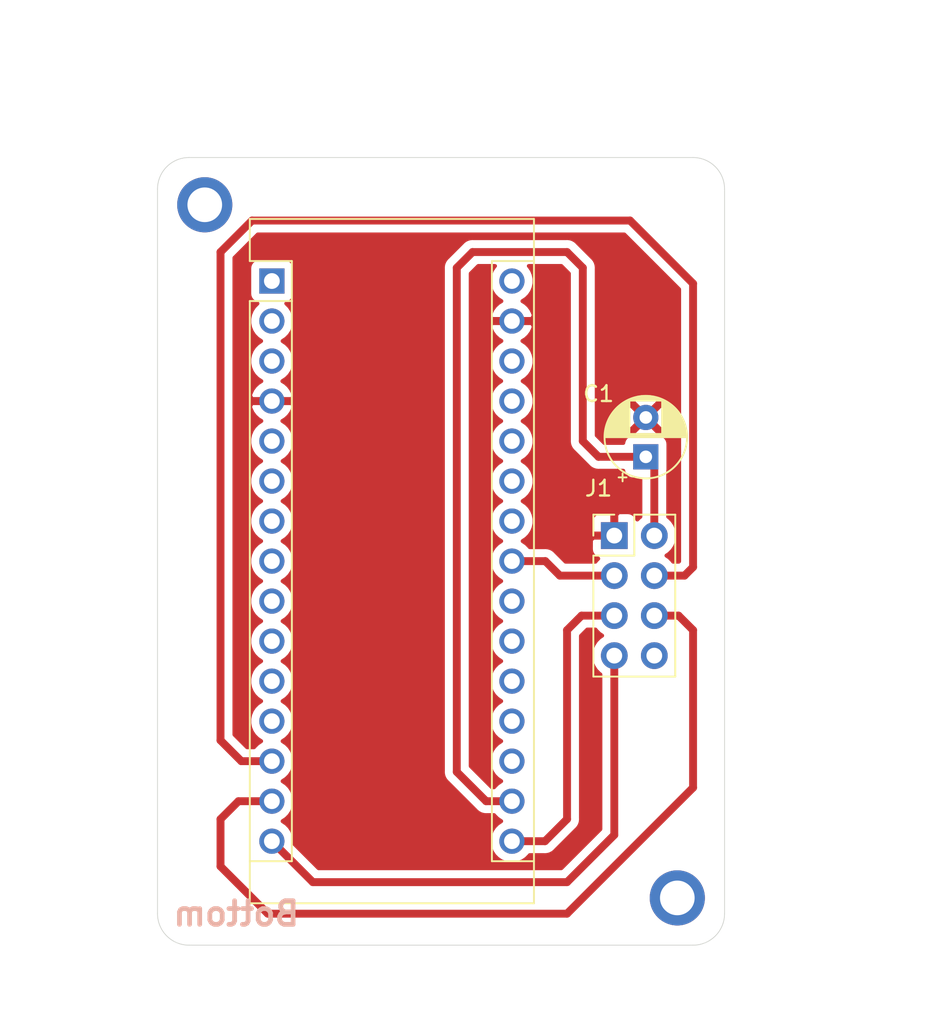
<source format=kicad_pcb>
(kicad_pcb (version 20171130) (host pcbnew "(5.1.10)-1")

  (general
    (thickness 1.6)
    (drawings 15)
    (tracks 41)
    (zones 0)
    (modules 5)
    (nets 8)
  )

  (page A4)
  (layers
    (0 F.Cu signal)
    (31 B.Cu signal)
    (32 B.Adhes user)
    (33 F.Adhes user)
    (34 B.Paste user)
    (35 F.Paste user)
    (36 B.SilkS user)
    (37 F.SilkS user)
    (38 B.Mask user)
    (39 F.Mask user)
    (40 Dwgs.User user)
    (41 Cmts.User user)
    (42 Eco1.User user)
    (43 Eco2.User user)
    (44 Edge.Cuts user)
    (45 Margin user)
    (46 B.CrtYd user)
    (47 F.CrtYd user)
    (48 B.Fab user)
    (49 F.Fab user)
  )

  (setup
    (last_trace_width 0.25)
    (user_trace_width 0.5)
    (trace_clearance 0.2)
    (zone_clearance 0.508)
    (zone_45_only no)
    (trace_min 0.2)
    (via_size 0.8)
    (via_drill 0.4)
    (via_min_size 0.4)
    (via_min_drill 0.3)
    (uvia_size 0.3)
    (uvia_drill 0.1)
    (uvias_allowed no)
    (uvia_min_size 0.2)
    (uvia_min_drill 0.1)
    (edge_width 0.05)
    (segment_width 0.2)
    (pcb_text_width 0.3)
    (pcb_text_size 1.5 1.5)
    (mod_edge_width 0.12)
    (mod_text_size 1 1)
    (mod_text_width 0.15)
    (pad_size 1.524 1.524)
    (pad_drill 0.762)
    (pad_to_mask_clearance 0)
    (aux_axis_origin 0 0)
    (visible_elements 7FFFFFFF)
    (pcbplotparams
      (layerselection 0x010fc_ffffffff)
      (usegerberextensions false)
      (usegerberattributes true)
      (usegerberadvancedattributes true)
      (creategerberjobfile true)
      (excludeedgelayer true)
      (linewidth 0.100000)
      (plotframeref false)
      (viasonmask false)
      (mode 1)
      (useauxorigin false)
      (hpglpennumber 1)
      (hpglpenspeed 20)
      (hpglpendiameter 15.000000)
      (psnegative false)
      (psa4output false)
      (plotreference true)
      (plotvalue true)
      (plotinvisibletext false)
      (padsonsilk false)
      (subtractmaskfromsilk false)
      (outputformat 1)
      (mirror false)
      (drillshape 0)
      (scaleselection 1)
      (outputdirectory "gerbers/"))
  )

  (net 0 "")
  (net 1 +3V3)
  (net 2 /SCK)
  (net 3 /MISO)
  (net 4 /MOSI)
  (net 5 GND)
  (net 6 /CS)
  (net 7 /CE)

  (net_class Default "This is the default net class."
    (clearance 0.2)
    (trace_width 0.25)
    (via_dia 0.8)
    (via_drill 0.4)
    (uvia_dia 0.3)
    (uvia_drill 0.1)
    (add_net +3V3)
    (add_net /CE)
    (add_net /CS)
    (add_net /MISO)
    (add_net /MOSI)
    (add_net /SCK)
    (add_net GND)
  )

  (module MountingHole:MountingHole_2.2mm_M2_ISO7380_Pad (layer F.Cu) (tedit 56D1B4CB) (tstamp 613A0624)
    (at 138 92)
    (descr "Mounting Hole 2.2mm, M2, ISO7380")
    (tags "mounting hole 2.2mm m2 iso7380")
    (path /613A4CAC)
    (attr virtual)
    (fp_text reference H2 (at 0 -2.75) (layer F.SilkS) hide
      (effects (font (size 1 1) (thickness 0.15)))
    )
    (fp_text value MountingHole (at 0 4) (layer F.Fab)
      (effects (font (size 1 1) (thickness 0.15)))
    )
    (fp_circle (center 0 0) (end 2 0) (layer F.CrtYd) (width 0.05))
    (fp_circle (center 0 0) (end 1.75 0) (layer Cmts.User) (width 0.15))
    (fp_text user %R (at 0.3 0) (layer F.Fab)
      (effects (font (size 1 1) (thickness 0.15)))
    )
    (pad 1 thru_hole circle (at 0 0) (size 3.5 3.5) (drill 2.2) (layers *.Cu *.Mask))
  )

  (module MountingHole:MountingHole_2.2mm_M2_ISO7380_Pad (layer F.Cu) (tedit 56D1B4CB) (tstamp 613A0223)
    (at 108 48)
    (descr "Mounting Hole 2.2mm, M2, ISO7380")
    (tags "mounting hole 2.2mm m2 iso7380")
    (path /613A0057)
    (attr virtual)
    (fp_text reference H1 (at 0 -2.75) (layer F.SilkS) hide
      (effects (font (size 1 1) (thickness 0.15)))
    )
    (fp_text value MountingHole (at 0 2.75) (layer F.Fab)
      (effects (font (size 1 1) (thickness 0.15)))
    )
    (fp_circle (center 0 0) (end 2 0) (layer F.CrtYd) (width 0.05))
    (fp_circle (center 0 0) (end 1.75 0) (layer Cmts.User) (width 0.15))
    (fp_text user %R (at 0.3 0) (layer F.Fab)
      (effects (font (size 1 1) (thickness 0.15)))
    )
    (pad 1 thru_hole circle (at 0 0) (size 3.5 3.5) (drill 2.2) (layers *.Cu *.Mask))
  )

  (module Module:Arduino_Nano (layer F.Cu) (tedit 58ACAF70) (tstamp 6137CD73)
    (at 112.26 52.84)
    (descr "Arduino Nano, http://www.mouser.com/pdfdocs/Gravitech_Arduino_Nano3_0.pdf")
    (tags "Arduino Nano")
    (path /61373980)
    (fp_text reference A1 (at 18.24 -2.84) (layer F.SilkS) hide
      (effects (font (size 1 1) (thickness 0.15)))
    )
    (fp_text value Arduino_Nano_v3.x (at 8.89 19.05 90) (layer F.Fab)
      (effects (font (size 1 1) (thickness 0.15)))
    )
    (fp_line (start 1.27 1.27) (end 1.27 -1.27) (layer F.SilkS) (width 0.12))
    (fp_line (start 1.27 -1.27) (end -1.4 -1.27) (layer F.SilkS) (width 0.12))
    (fp_line (start -1.4 1.27) (end -1.4 39.5) (layer F.SilkS) (width 0.12))
    (fp_line (start -1.4 -3.94) (end -1.4 -1.27) (layer F.SilkS) (width 0.12))
    (fp_line (start 13.97 -1.27) (end 16.64 -1.27) (layer F.SilkS) (width 0.12))
    (fp_line (start 13.97 -1.27) (end 13.97 36.83) (layer F.SilkS) (width 0.12))
    (fp_line (start 13.97 36.83) (end 16.64 36.83) (layer F.SilkS) (width 0.12))
    (fp_line (start 1.27 1.27) (end -1.4 1.27) (layer F.SilkS) (width 0.12))
    (fp_line (start 1.27 1.27) (end 1.27 36.83) (layer F.SilkS) (width 0.12))
    (fp_line (start 1.27 36.83) (end -1.4 36.83) (layer F.SilkS) (width 0.12))
    (fp_line (start 3.81 31.75) (end 11.43 31.75) (layer F.Fab) (width 0.1))
    (fp_line (start 11.43 31.75) (end 11.43 41.91) (layer F.Fab) (width 0.1))
    (fp_line (start 11.43 41.91) (end 3.81 41.91) (layer F.Fab) (width 0.1))
    (fp_line (start 3.81 41.91) (end 3.81 31.75) (layer F.Fab) (width 0.1))
    (fp_line (start -1.4 39.5) (end 16.64 39.5) (layer F.SilkS) (width 0.12))
    (fp_line (start 16.64 39.5) (end 16.64 -3.94) (layer F.SilkS) (width 0.12))
    (fp_line (start 16.64 -3.94) (end -1.4 -3.94) (layer F.SilkS) (width 0.12))
    (fp_line (start 16.51 39.37) (end -1.27 39.37) (layer F.Fab) (width 0.1))
    (fp_line (start -1.27 39.37) (end -1.27 -2.54) (layer F.Fab) (width 0.1))
    (fp_line (start -1.27 -2.54) (end 0 -3.81) (layer F.Fab) (width 0.1))
    (fp_line (start 0 -3.81) (end 16.51 -3.81) (layer F.Fab) (width 0.1))
    (fp_line (start 16.51 -3.81) (end 16.51 39.37) (layer F.Fab) (width 0.1))
    (fp_line (start -1.53 -4.06) (end 16.75 -4.06) (layer F.CrtYd) (width 0.05))
    (fp_line (start -1.53 -4.06) (end -1.53 42.16) (layer F.CrtYd) (width 0.05))
    (fp_line (start 16.75 42.16) (end 16.75 -4.06) (layer F.CrtYd) (width 0.05))
    (fp_line (start 16.75 42.16) (end -1.53 42.16) (layer F.CrtYd) (width 0.05))
    (fp_text user %R (at 6.35 19.05 90) (layer F.Fab)
      (effects (font (size 1 1) (thickness 0.15)))
    )
    (pad 16 thru_hole oval (at 15.24 35.56) (size 1.6 1.6) (drill 1) (layers *.Cu *.Mask)
      (net 2 /SCK))
    (pad 15 thru_hole oval (at 0 35.56) (size 1.6 1.6) (drill 1) (layers *.Cu *.Mask)
      (net 3 /MISO))
    (pad 30 thru_hole oval (at 15.24 0) (size 1.6 1.6) (drill 1) (layers *.Cu *.Mask))
    (pad 14 thru_hole oval (at 0 33.02) (size 1.6 1.6) (drill 1) (layers *.Cu *.Mask)
      (net 4 /MOSI))
    (pad 29 thru_hole oval (at 15.24 2.54) (size 1.6 1.6) (drill 1) (layers *.Cu *.Mask)
      (net 5 GND))
    (pad 13 thru_hole oval (at 0 30.48) (size 1.6 1.6) (drill 1) (layers *.Cu *.Mask)
      (net 6 /CS))
    (pad 28 thru_hole oval (at 15.24 5.08) (size 1.6 1.6) (drill 1) (layers *.Cu *.Mask))
    (pad 12 thru_hole oval (at 0 27.94) (size 1.6 1.6) (drill 1) (layers *.Cu *.Mask))
    (pad 27 thru_hole oval (at 15.24 7.62) (size 1.6 1.6) (drill 1) (layers *.Cu *.Mask))
    (pad 11 thru_hole oval (at 0 25.4) (size 1.6 1.6) (drill 1) (layers *.Cu *.Mask))
    (pad 26 thru_hole oval (at 15.24 10.16) (size 1.6 1.6) (drill 1) (layers *.Cu *.Mask))
    (pad 10 thru_hole oval (at 0 22.86) (size 1.6 1.6) (drill 1) (layers *.Cu *.Mask))
    (pad 25 thru_hole oval (at 15.24 12.7) (size 1.6 1.6) (drill 1) (layers *.Cu *.Mask))
    (pad 9 thru_hole oval (at 0 20.32) (size 1.6 1.6) (drill 1) (layers *.Cu *.Mask))
    (pad 24 thru_hole oval (at 15.24 15.24) (size 1.6 1.6) (drill 1) (layers *.Cu *.Mask))
    (pad 8 thru_hole oval (at 0 17.78) (size 1.6 1.6) (drill 1) (layers *.Cu *.Mask))
    (pad 23 thru_hole oval (at 15.24 17.78) (size 1.6 1.6) (drill 1) (layers *.Cu *.Mask)
      (net 7 /CE))
    (pad 7 thru_hole oval (at 0 15.24) (size 1.6 1.6) (drill 1) (layers *.Cu *.Mask))
    (pad 22 thru_hole oval (at 15.24 20.32) (size 1.6 1.6) (drill 1) (layers *.Cu *.Mask))
    (pad 6 thru_hole oval (at 0 12.7) (size 1.6 1.6) (drill 1) (layers *.Cu *.Mask))
    (pad 21 thru_hole oval (at 15.24 22.86) (size 1.6 1.6) (drill 1) (layers *.Cu *.Mask))
    (pad 5 thru_hole oval (at 0 10.16) (size 1.6 1.6) (drill 1) (layers *.Cu *.Mask))
    (pad 20 thru_hole oval (at 15.24 25.4) (size 1.6 1.6) (drill 1) (layers *.Cu *.Mask))
    (pad 4 thru_hole oval (at 0 7.62) (size 1.6 1.6) (drill 1) (layers *.Cu *.Mask)
      (net 5 GND))
    (pad 19 thru_hole oval (at 15.24 27.94) (size 1.6 1.6) (drill 1) (layers *.Cu *.Mask))
    (pad 3 thru_hole oval (at 0 5.08) (size 1.6 1.6) (drill 1) (layers *.Cu *.Mask))
    (pad 18 thru_hole oval (at 15.24 30.48) (size 1.6 1.6) (drill 1) (layers *.Cu *.Mask))
    (pad 2 thru_hole oval (at 0 2.54) (size 1.6 1.6) (drill 1) (layers *.Cu *.Mask))
    (pad 17 thru_hole oval (at 15.24 33.02) (size 1.6 1.6) (drill 1) (layers *.Cu *.Mask)
      (net 1 +3V3))
    (pad 1 thru_hole rect (at 0 0) (size 1.6 1.6) (drill 1) (layers *.Cu *.Mask))
    (model ${KISYS3DMOD}/Module.3dshapes/Arduino_Nano_WithMountingHoles.wrl
      (at (xyz 0 0 0))
      (scale (xyz 1 1 1))
      (rotate (xyz 0 0 0))
    )
  )

  (module Capacitor_THT:CP_Radial_D5.0mm_P2.50mm (layer F.Cu) (tedit 5AE50EF0) (tstamp 6137CBF4)
    (at 136 64 90)
    (descr "CP, Radial series, Radial, pin pitch=2.50mm, , diameter=5mm, Electrolytic Capacitor")
    (tags "CP Radial series Radial pin pitch 2.50mm  diameter 5mm Electrolytic Capacitor")
    (path /6137E190)
    (fp_text reference C1 (at 4 -3 180) (layer F.SilkS)
      (effects (font (size 1 1) (thickness 0.15)))
    )
    (fp_text value CP1_Small (at 1.25 3.75 90) (layer F.Fab)
      (effects (font (size 1 1) (thickness 0.15)))
    )
    (fp_circle (center 1.25 0) (end 3.75 0) (layer F.Fab) (width 0.1))
    (fp_circle (center 1.25 0) (end 3.87 0) (layer F.SilkS) (width 0.12))
    (fp_circle (center 1.25 0) (end 4 0) (layer F.CrtYd) (width 0.05))
    (fp_line (start -0.883605 -1.0875) (end -0.383605 -1.0875) (layer F.Fab) (width 0.1))
    (fp_line (start -0.633605 -1.3375) (end -0.633605 -0.8375) (layer F.Fab) (width 0.1))
    (fp_line (start 1.25 -2.58) (end 1.25 2.58) (layer F.SilkS) (width 0.12))
    (fp_line (start 1.29 -2.58) (end 1.29 2.58) (layer F.SilkS) (width 0.12))
    (fp_line (start 1.33 -2.579) (end 1.33 2.579) (layer F.SilkS) (width 0.12))
    (fp_line (start 1.37 -2.578) (end 1.37 2.578) (layer F.SilkS) (width 0.12))
    (fp_line (start 1.41 -2.576) (end 1.41 2.576) (layer F.SilkS) (width 0.12))
    (fp_line (start 1.45 -2.573) (end 1.45 2.573) (layer F.SilkS) (width 0.12))
    (fp_line (start 1.49 -2.569) (end 1.49 -1.04) (layer F.SilkS) (width 0.12))
    (fp_line (start 1.49 1.04) (end 1.49 2.569) (layer F.SilkS) (width 0.12))
    (fp_line (start 1.53 -2.565) (end 1.53 -1.04) (layer F.SilkS) (width 0.12))
    (fp_line (start 1.53 1.04) (end 1.53 2.565) (layer F.SilkS) (width 0.12))
    (fp_line (start 1.57 -2.561) (end 1.57 -1.04) (layer F.SilkS) (width 0.12))
    (fp_line (start 1.57 1.04) (end 1.57 2.561) (layer F.SilkS) (width 0.12))
    (fp_line (start 1.61 -2.556) (end 1.61 -1.04) (layer F.SilkS) (width 0.12))
    (fp_line (start 1.61 1.04) (end 1.61 2.556) (layer F.SilkS) (width 0.12))
    (fp_line (start 1.65 -2.55) (end 1.65 -1.04) (layer F.SilkS) (width 0.12))
    (fp_line (start 1.65 1.04) (end 1.65 2.55) (layer F.SilkS) (width 0.12))
    (fp_line (start 1.69 -2.543) (end 1.69 -1.04) (layer F.SilkS) (width 0.12))
    (fp_line (start 1.69 1.04) (end 1.69 2.543) (layer F.SilkS) (width 0.12))
    (fp_line (start 1.73 -2.536) (end 1.73 -1.04) (layer F.SilkS) (width 0.12))
    (fp_line (start 1.73 1.04) (end 1.73 2.536) (layer F.SilkS) (width 0.12))
    (fp_line (start 1.77 -2.528) (end 1.77 -1.04) (layer F.SilkS) (width 0.12))
    (fp_line (start 1.77 1.04) (end 1.77 2.528) (layer F.SilkS) (width 0.12))
    (fp_line (start 1.81 -2.52) (end 1.81 -1.04) (layer F.SilkS) (width 0.12))
    (fp_line (start 1.81 1.04) (end 1.81 2.52) (layer F.SilkS) (width 0.12))
    (fp_line (start 1.85 -2.511) (end 1.85 -1.04) (layer F.SilkS) (width 0.12))
    (fp_line (start 1.85 1.04) (end 1.85 2.511) (layer F.SilkS) (width 0.12))
    (fp_line (start 1.89 -2.501) (end 1.89 -1.04) (layer F.SilkS) (width 0.12))
    (fp_line (start 1.89 1.04) (end 1.89 2.501) (layer F.SilkS) (width 0.12))
    (fp_line (start 1.93 -2.491) (end 1.93 -1.04) (layer F.SilkS) (width 0.12))
    (fp_line (start 1.93 1.04) (end 1.93 2.491) (layer F.SilkS) (width 0.12))
    (fp_line (start 1.971 -2.48) (end 1.971 -1.04) (layer F.SilkS) (width 0.12))
    (fp_line (start 1.971 1.04) (end 1.971 2.48) (layer F.SilkS) (width 0.12))
    (fp_line (start 2.011 -2.468) (end 2.011 -1.04) (layer F.SilkS) (width 0.12))
    (fp_line (start 2.011 1.04) (end 2.011 2.468) (layer F.SilkS) (width 0.12))
    (fp_line (start 2.051 -2.455) (end 2.051 -1.04) (layer F.SilkS) (width 0.12))
    (fp_line (start 2.051 1.04) (end 2.051 2.455) (layer F.SilkS) (width 0.12))
    (fp_line (start 2.091 -2.442) (end 2.091 -1.04) (layer F.SilkS) (width 0.12))
    (fp_line (start 2.091 1.04) (end 2.091 2.442) (layer F.SilkS) (width 0.12))
    (fp_line (start 2.131 -2.428) (end 2.131 -1.04) (layer F.SilkS) (width 0.12))
    (fp_line (start 2.131 1.04) (end 2.131 2.428) (layer F.SilkS) (width 0.12))
    (fp_line (start 2.171 -2.414) (end 2.171 -1.04) (layer F.SilkS) (width 0.12))
    (fp_line (start 2.171 1.04) (end 2.171 2.414) (layer F.SilkS) (width 0.12))
    (fp_line (start 2.211 -2.398) (end 2.211 -1.04) (layer F.SilkS) (width 0.12))
    (fp_line (start 2.211 1.04) (end 2.211 2.398) (layer F.SilkS) (width 0.12))
    (fp_line (start 2.251 -2.382) (end 2.251 -1.04) (layer F.SilkS) (width 0.12))
    (fp_line (start 2.251 1.04) (end 2.251 2.382) (layer F.SilkS) (width 0.12))
    (fp_line (start 2.291 -2.365) (end 2.291 -1.04) (layer F.SilkS) (width 0.12))
    (fp_line (start 2.291 1.04) (end 2.291 2.365) (layer F.SilkS) (width 0.12))
    (fp_line (start 2.331 -2.348) (end 2.331 -1.04) (layer F.SilkS) (width 0.12))
    (fp_line (start 2.331 1.04) (end 2.331 2.348) (layer F.SilkS) (width 0.12))
    (fp_line (start 2.371 -2.329) (end 2.371 -1.04) (layer F.SilkS) (width 0.12))
    (fp_line (start 2.371 1.04) (end 2.371 2.329) (layer F.SilkS) (width 0.12))
    (fp_line (start 2.411 -2.31) (end 2.411 -1.04) (layer F.SilkS) (width 0.12))
    (fp_line (start 2.411 1.04) (end 2.411 2.31) (layer F.SilkS) (width 0.12))
    (fp_line (start 2.451 -2.29) (end 2.451 -1.04) (layer F.SilkS) (width 0.12))
    (fp_line (start 2.451 1.04) (end 2.451 2.29) (layer F.SilkS) (width 0.12))
    (fp_line (start 2.491 -2.268) (end 2.491 -1.04) (layer F.SilkS) (width 0.12))
    (fp_line (start 2.491 1.04) (end 2.491 2.268) (layer F.SilkS) (width 0.12))
    (fp_line (start 2.531 -2.247) (end 2.531 -1.04) (layer F.SilkS) (width 0.12))
    (fp_line (start 2.531 1.04) (end 2.531 2.247) (layer F.SilkS) (width 0.12))
    (fp_line (start 2.571 -2.224) (end 2.571 -1.04) (layer F.SilkS) (width 0.12))
    (fp_line (start 2.571 1.04) (end 2.571 2.224) (layer F.SilkS) (width 0.12))
    (fp_line (start 2.611 -2.2) (end 2.611 -1.04) (layer F.SilkS) (width 0.12))
    (fp_line (start 2.611 1.04) (end 2.611 2.2) (layer F.SilkS) (width 0.12))
    (fp_line (start 2.651 -2.175) (end 2.651 -1.04) (layer F.SilkS) (width 0.12))
    (fp_line (start 2.651 1.04) (end 2.651 2.175) (layer F.SilkS) (width 0.12))
    (fp_line (start 2.691 -2.149) (end 2.691 -1.04) (layer F.SilkS) (width 0.12))
    (fp_line (start 2.691 1.04) (end 2.691 2.149) (layer F.SilkS) (width 0.12))
    (fp_line (start 2.731 -2.122) (end 2.731 -1.04) (layer F.SilkS) (width 0.12))
    (fp_line (start 2.731 1.04) (end 2.731 2.122) (layer F.SilkS) (width 0.12))
    (fp_line (start 2.771 -2.095) (end 2.771 -1.04) (layer F.SilkS) (width 0.12))
    (fp_line (start 2.771 1.04) (end 2.771 2.095) (layer F.SilkS) (width 0.12))
    (fp_line (start 2.811 -2.065) (end 2.811 -1.04) (layer F.SilkS) (width 0.12))
    (fp_line (start 2.811 1.04) (end 2.811 2.065) (layer F.SilkS) (width 0.12))
    (fp_line (start 2.851 -2.035) (end 2.851 -1.04) (layer F.SilkS) (width 0.12))
    (fp_line (start 2.851 1.04) (end 2.851 2.035) (layer F.SilkS) (width 0.12))
    (fp_line (start 2.891 -2.004) (end 2.891 -1.04) (layer F.SilkS) (width 0.12))
    (fp_line (start 2.891 1.04) (end 2.891 2.004) (layer F.SilkS) (width 0.12))
    (fp_line (start 2.931 -1.971) (end 2.931 -1.04) (layer F.SilkS) (width 0.12))
    (fp_line (start 2.931 1.04) (end 2.931 1.971) (layer F.SilkS) (width 0.12))
    (fp_line (start 2.971 -1.937) (end 2.971 -1.04) (layer F.SilkS) (width 0.12))
    (fp_line (start 2.971 1.04) (end 2.971 1.937) (layer F.SilkS) (width 0.12))
    (fp_line (start 3.011 -1.901) (end 3.011 -1.04) (layer F.SilkS) (width 0.12))
    (fp_line (start 3.011 1.04) (end 3.011 1.901) (layer F.SilkS) (width 0.12))
    (fp_line (start 3.051 -1.864) (end 3.051 -1.04) (layer F.SilkS) (width 0.12))
    (fp_line (start 3.051 1.04) (end 3.051 1.864) (layer F.SilkS) (width 0.12))
    (fp_line (start 3.091 -1.826) (end 3.091 -1.04) (layer F.SilkS) (width 0.12))
    (fp_line (start 3.091 1.04) (end 3.091 1.826) (layer F.SilkS) (width 0.12))
    (fp_line (start 3.131 -1.785) (end 3.131 -1.04) (layer F.SilkS) (width 0.12))
    (fp_line (start 3.131 1.04) (end 3.131 1.785) (layer F.SilkS) (width 0.12))
    (fp_line (start 3.171 -1.743) (end 3.171 -1.04) (layer F.SilkS) (width 0.12))
    (fp_line (start 3.171 1.04) (end 3.171 1.743) (layer F.SilkS) (width 0.12))
    (fp_line (start 3.211 -1.699) (end 3.211 -1.04) (layer F.SilkS) (width 0.12))
    (fp_line (start 3.211 1.04) (end 3.211 1.699) (layer F.SilkS) (width 0.12))
    (fp_line (start 3.251 -1.653) (end 3.251 -1.04) (layer F.SilkS) (width 0.12))
    (fp_line (start 3.251 1.04) (end 3.251 1.653) (layer F.SilkS) (width 0.12))
    (fp_line (start 3.291 -1.605) (end 3.291 -1.04) (layer F.SilkS) (width 0.12))
    (fp_line (start 3.291 1.04) (end 3.291 1.605) (layer F.SilkS) (width 0.12))
    (fp_line (start 3.331 -1.554) (end 3.331 -1.04) (layer F.SilkS) (width 0.12))
    (fp_line (start 3.331 1.04) (end 3.331 1.554) (layer F.SilkS) (width 0.12))
    (fp_line (start 3.371 -1.5) (end 3.371 -1.04) (layer F.SilkS) (width 0.12))
    (fp_line (start 3.371 1.04) (end 3.371 1.5) (layer F.SilkS) (width 0.12))
    (fp_line (start 3.411 -1.443) (end 3.411 -1.04) (layer F.SilkS) (width 0.12))
    (fp_line (start 3.411 1.04) (end 3.411 1.443) (layer F.SilkS) (width 0.12))
    (fp_line (start 3.451 -1.383) (end 3.451 -1.04) (layer F.SilkS) (width 0.12))
    (fp_line (start 3.451 1.04) (end 3.451 1.383) (layer F.SilkS) (width 0.12))
    (fp_line (start 3.491 -1.319) (end 3.491 -1.04) (layer F.SilkS) (width 0.12))
    (fp_line (start 3.491 1.04) (end 3.491 1.319) (layer F.SilkS) (width 0.12))
    (fp_line (start 3.531 -1.251) (end 3.531 -1.04) (layer F.SilkS) (width 0.12))
    (fp_line (start 3.531 1.04) (end 3.531 1.251) (layer F.SilkS) (width 0.12))
    (fp_line (start 3.571 -1.178) (end 3.571 1.178) (layer F.SilkS) (width 0.12))
    (fp_line (start 3.611 -1.098) (end 3.611 1.098) (layer F.SilkS) (width 0.12))
    (fp_line (start 3.651 -1.011) (end 3.651 1.011) (layer F.SilkS) (width 0.12))
    (fp_line (start 3.691 -0.915) (end 3.691 0.915) (layer F.SilkS) (width 0.12))
    (fp_line (start 3.731 -0.805) (end 3.731 0.805) (layer F.SilkS) (width 0.12))
    (fp_line (start 3.771 -0.677) (end 3.771 0.677) (layer F.SilkS) (width 0.12))
    (fp_line (start 3.811 -0.518) (end 3.811 0.518) (layer F.SilkS) (width 0.12))
    (fp_line (start 3.851 -0.284) (end 3.851 0.284) (layer F.SilkS) (width 0.12))
    (fp_line (start -1.554775 -1.475) (end -1.054775 -1.475) (layer F.SilkS) (width 0.12))
    (fp_line (start -1.304775 -1.725) (end -1.304775 -1.225) (layer F.SilkS) (width 0.12))
    (fp_text user %R (at 1.25 0 90) (layer F.Fab)
      (effects (font (size 1 1) (thickness 0.15)))
    )
    (pad 2 thru_hole circle (at 2.5 0 90) (size 1.6 1.6) (drill 0.8) (layers *.Cu *.Mask)
      (net 5 GND))
    (pad 1 thru_hole rect (at 0 0 90) (size 1.6 1.6) (drill 0.8) (layers *.Cu *.Mask)
      (net 1 +3V3))
    (model ${KISYS3DMOD}/Capacitor_THT.3dshapes/CP_Radial_D5.0mm_P2.50mm.wrl
      (at (xyz 0 0 0))
      (scale (xyz 1 1 1))
      (rotate (xyz 0 0 0))
    )
  )

  (module Connector_PinHeader_2.54mm:PinHeader_2x04_P2.54mm_Vertical (layer F.Cu) (tedit 59FED5CC) (tstamp 6137A1BA)
    (at 134 69)
    (descr "Through hole straight pin header, 2x04, 2.54mm pitch, double rows")
    (tags "Through hole pin header THT 2x04 2.54mm double row")
    (path /613798DD)
    (fp_text reference J1 (at -1 -3) (layer F.SilkS)
      (effects (font (size 1 1) (thickness 0.15)))
    )
    (fp_text value Conn_02x04_Odd_Even_MountingPin (at 1.27 9.95) (layer F.Fab)
      (effects (font (size 1 1) (thickness 0.15)))
    )
    (fp_line (start 0 -1.27) (end 3.81 -1.27) (layer F.Fab) (width 0.1))
    (fp_line (start 3.81 -1.27) (end 3.81 8.89) (layer F.Fab) (width 0.1))
    (fp_line (start 3.81 8.89) (end -1.27 8.89) (layer F.Fab) (width 0.1))
    (fp_line (start -1.27 8.89) (end -1.27 0) (layer F.Fab) (width 0.1))
    (fp_line (start -1.27 0) (end 0 -1.27) (layer F.Fab) (width 0.1))
    (fp_line (start -1.33 8.95) (end 3.87 8.95) (layer F.SilkS) (width 0.12))
    (fp_line (start -1.33 1.27) (end -1.33 8.95) (layer F.SilkS) (width 0.12))
    (fp_line (start 3.87 -1.33) (end 3.87 8.95) (layer F.SilkS) (width 0.12))
    (fp_line (start -1.33 1.27) (end 1.27 1.27) (layer F.SilkS) (width 0.12))
    (fp_line (start 1.27 1.27) (end 1.27 -1.33) (layer F.SilkS) (width 0.12))
    (fp_line (start 1.27 -1.33) (end 3.87 -1.33) (layer F.SilkS) (width 0.12))
    (fp_line (start -1.33 0) (end -1.33 -1.33) (layer F.SilkS) (width 0.12))
    (fp_line (start -1.33 -1.33) (end 0 -1.33) (layer F.SilkS) (width 0.12))
    (fp_line (start -1.8 -1.8) (end -1.8 9.4) (layer F.CrtYd) (width 0.05))
    (fp_line (start -1.8 9.4) (end 4.35 9.4) (layer F.CrtYd) (width 0.05))
    (fp_line (start 4.35 9.4) (end 4.35 -1.8) (layer F.CrtYd) (width 0.05))
    (fp_line (start 4.35 -1.8) (end -1.8 -1.8) (layer F.CrtYd) (width 0.05))
    (fp_text user %R (at 1.27 3.81 90) (layer F.Fab)
      (effects (font (size 1 1) (thickness 0.15)))
    )
    (pad 8 thru_hole oval (at 2.54 7.62) (size 1.7 1.7) (drill 1) (layers *.Cu *.Mask))
    (pad 7 thru_hole oval (at 0 7.62) (size 1.7 1.7) (drill 1) (layers *.Cu *.Mask)
      (net 3 /MISO))
    (pad 6 thru_hole oval (at 2.54 5.08) (size 1.7 1.7) (drill 1) (layers *.Cu *.Mask)
      (net 4 /MOSI))
    (pad 5 thru_hole oval (at 0 5.08) (size 1.7 1.7) (drill 1) (layers *.Cu *.Mask)
      (net 2 /SCK))
    (pad 4 thru_hole oval (at 2.54 2.54) (size 1.7 1.7) (drill 1) (layers *.Cu *.Mask)
      (net 6 /CS))
    (pad 3 thru_hole oval (at 0 2.54) (size 1.7 1.7) (drill 1) (layers *.Cu *.Mask)
      (net 7 /CE))
    (pad 2 thru_hole oval (at 2.54 0) (size 1.7 1.7) (drill 1) (layers *.Cu *.Mask)
      (net 1 +3V3))
    (pad 1 thru_hole rect (at 0 0) (size 1.7 1.7) (drill 1) (layers *.Cu *.Mask)
      (net 5 GND))
    (model ${KISYS3DMOD}/Connector_PinHeader_2.54mm.3dshapes/PinHeader_2x04_P2.54mm_Vertical.wrl
      (at (xyz 0 0 0))
      (scale (xyz 1 1 1))
      (rotate (xyz 0 0 0))
    )
  )

  (gr_text Bottom (at 110 93) (layer B.SilkS)
    (effects (font (size 1.5 1.5) (thickness 0.3)) (justify mirror))
  )
  (gr_text Top (at 108 93) (layer Cmts.User)
    (effects (font (size 1.5 1.5) (thickness 0.3)))
  )
  (gr_text "Ares ENSEA" (at 133 47) (layer Cmts.User)
    (effects (font (size 1.5 1.5) (thickness 0.3)))
  )
  (gr_text Recepteur (at 117 47) (layer Cmts.User) (tstamp 613F4819)
    (effects (font (size 1.5 1.5) (thickness 0.3)))
  )
  (dimension 44 (width 0.15) (layer Dwgs.User)
    (gr_text "44,000 mm" (at 103.3 70 90) (layer Dwgs.User)
      (effects (font (size 1 1) (thickness 0.15)))
    )
    (feature1 (pts (xy 102 48) (xy 102.586421 48)))
    (feature2 (pts (xy 102 92) (xy 102.586421 92)))
    (crossbar (pts (xy 102 92) (xy 102 48)))
    (arrow1a (pts (xy 102 48) (xy 102.586421 49.126504)))
    (arrow1b (pts (xy 102 48) (xy 101.413579 49.126504)))
    (arrow2a (pts (xy 102 92) (xy 102.586421 90.873496)))
    (arrow2b (pts (xy 102 92) (xy 101.413579 90.873496)))
  )
  (dimension 50 (width 0.15) (layer Dwgs.User)
    (gr_text "50,000 mm" (at 148.7 70 270) (layer Dwgs.User)
      (effects (font (size 1 1) (thickness 0.15)))
    )
    (feature1 (pts (xy 150 95) (xy 149.413579 95)))
    (feature2 (pts (xy 150 45) (xy 149.413579 45)))
    (crossbar (pts (xy 150 45) (xy 150 95)))
    (arrow1a (pts (xy 150 95) (xy 149.413579 93.873496)))
    (arrow1b (pts (xy 150 95) (xy 150.586421 93.873496)))
    (arrow2a (pts (xy 150 45) (xy 149.413579 46.126504)))
    (arrow2b (pts (xy 150 45) (xy 150.586421 46.126504)))
  )
  (dimension 36 (width 0.15) (layer Dwgs.User)
    (gr_text "36,000 mm" (at 123 38.700001) (layer Dwgs.User)
      (effects (font (size 1 1) (thickness 0.15)))
    )
    (feature1 (pts (xy 141 41) (xy 141 39.41358)))
    (feature2 (pts (xy 105 41) (xy 105 39.41358)))
    (crossbar (pts (xy 105 40.000001) (xy 141 40.000001)))
    (arrow1a (pts (xy 141 40.000001) (xy 139.873496 40.586422)))
    (arrow1b (pts (xy 141 40.000001) (xy 139.873496 39.41358)))
    (arrow2a (pts (xy 105 40.000001) (xy 106.126504 40.586422)))
    (arrow2b (pts (xy 105 40.000001) (xy 106.126504 39.41358)))
  )
  (gr_arc (start 139 93) (end 139 95) (angle -90) (layer Edge.Cuts) (width 0.05))
  (gr_arc (start 107 93) (end 105 93) (angle -90) (layer Edge.Cuts) (width 0.05))
  (gr_arc (start 139 47) (end 141 47) (angle -90) (layer Edge.Cuts) (width 0.05))
  (gr_arc (start 107 47) (end 107 45) (angle -90) (layer Edge.Cuts) (width 0.05))
  (gr_line (start 105 93) (end 105 47) (layer Edge.Cuts) (width 0.05) (tstamp 6137C7C8))
  (gr_line (start 139 95) (end 107 95) (layer Edge.Cuts) (width 0.05))
  (gr_line (start 141 47) (end 141 93) (layer Edge.Cuts) (width 0.05))
  (gr_line (start 107 45) (end 139 45) (layer Edge.Cuts) (width 0.05))

  (segment (start 136.54 64.54) (end 136 64) (width 0.5) (layer F.Cu) (net 1))
  (segment (start 136.54 69) (end 136.54 64.54) (width 0.5) (layer F.Cu) (net 1))
  (segment (start 127.5 85.86) (end 125.86 85.86) (width 0.5) (layer F.Cu) (net 1))
  (segment (start 125.86 85.86) (end 124 84) (width 0.5) (layer F.Cu) (net 1))
  (segment (start 124 84) (end 124 52) (width 0.5) (layer F.Cu) (net 1))
  (segment (start 124 52) (end 125 51) (width 0.5) (layer F.Cu) (net 1))
  (segment (start 125 51) (end 131 51) (width 0.5) (layer F.Cu) (net 1))
  (segment (start 131 51) (end 132 52) (width 0.5) (layer F.Cu) (net 1))
  (segment (start 132 52) (end 132 63) (width 0.5) (layer F.Cu) (net 1))
  (segment (start 133 64) (end 136 64) (width 0.5) (layer F.Cu) (net 1))
  (segment (start 132 63) (end 133 64) (width 0.5) (layer F.Cu) (net 1))
  (segment (start 127.5 88.4) (end 129.6 88.4) (width 0.5) (layer F.Cu) (net 2))
  (segment (start 129.6 88.4) (end 131 87) (width 0.5) (layer F.Cu) (net 2))
  (segment (start 131 87) (end 131 75) (width 0.5) (layer F.Cu) (net 2))
  (segment (start 131.92 74.08) (end 134 74.08) (width 0.5) (layer F.Cu) (net 2))
  (segment (start 131 75) (end 131.92 74.08) (width 0.5) (layer F.Cu) (net 2))
  (segment (start 112.26 88.4) (end 114.86 91) (width 0.5) (layer F.Cu) (net 3))
  (segment (start 114.86 91) (end 131 91) (width 0.5) (layer F.Cu) (net 3))
  (segment (start 134 88) (end 134 76.62) (width 0.5) (layer F.Cu) (net 3))
  (segment (start 131 91) (end 134 88) (width 0.5) (layer F.Cu) (net 3))
  (segment (start 112.26 85.86) (end 110.14 85.86) (width 0.5) (layer F.Cu) (net 4))
  (segment (start 110.14 85.86) (end 109 87) (width 0.5) (layer F.Cu) (net 4))
  (segment (start 109 87) (end 109 90) (width 0.5) (layer F.Cu) (net 4))
  (segment (start 109 90) (end 112 93) (width 0.5) (layer F.Cu) (net 4))
  (segment (start 112 93) (end 131 93) (width 0.5) (layer F.Cu) (net 4))
  (segment (start 131 93) (end 139 85) (width 0.5) (layer F.Cu) (net 4))
  (segment (start 139 85) (end 139 75) (width 0.5) (layer F.Cu) (net 4))
  (segment (start 138.08 74.08) (end 136.54 74.08) (width 0.5) (layer F.Cu) (net 4))
  (segment (start 139 75) (end 138.08 74.08) (width 0.5) (layer F.Cu) (net 4))
  (segment (start 110.32 83.32) (end 112.26 83.32) (width 0.5) (layer F.Cu) (net 6))
  (segment (start 109 51) (end 109 82) (width 0.5) (layer F.Cu) (net 6))
  (segment (start 111 49) (end 109 51) (width 0.5) (layer F.Cu) (net 6))
  (segment (start 135 49) (end 111 49) (width 0.5) (layer F.Cu) (net 6))
  (segment (start 139 53) (end 135 49) (width 0.5) (layer F.Cu) (net 6))
  (segment (start 109 82) (end 110.32 83.32) (width 0.5) (layer F.Cu) (net 6))
  (segment (start 139 71) (end 139 53) (width 0.5) (layer F.Cu) (net 6))
  (segment (start 138.46 71.54) (end 139 71) (width 0.5) (layer F.Cu) (net 6))
  (segment (start 136.54 71.54) (end 138.46 71.54) (width 0.5) (layer F.Cu) (net 6))
  (segment (start 127.5 70.62) (end 129.62 70.62) (width 0.5) (layer F.Cu) (net 7))
  (segment (start 130.54 71.54) (end 134 71.54) (width 0.5) (layer F.Cu) (net 7))
  (segment (start 129.62 70.62) (end 130.54 71.54) (width 0.5) (layer F.Cu) (net 7))

  (zone (net 5) (net_name GND) (layer F.Cu) (tstamp 613EFD8C) (hatch edge 0.508)
    (connect_pads (clearance 0.508))
    (min_thickness 0.254)
    (fill yes (arc_segments 32) (thermal_gap 0.508) (thermal_bridge_width 0.508))
    (polygon
      (pts
        (xy 155 100) (xy 95 100) (xy 95 35) (xy 155 35)
      )
    )
    (filled_polygon
      (pts
        (xy 138.115001 53.36658) (xy 138.115 70.633422) (xy 138.093422 70.655) (xy 137.734656 70.655) (xy 137.693475 70.593368)
        (xy 137.486632 70.386525) (xy 137.31224 70.27) (xy 137.486632 70.153475) (xy 137.693475 69.946632) (xy 137.85599 69.703411)
        (xy 137.967932 69.433158) (xy 138.025 69.14626) (xy 138.025 68.85374) (xy 137.967932 68.566842) (xy 137.85599 68.296589)
        (xy 137.693475 68.053368) (xy 137.486632 67.846525) (xy 137.425 67.805344) (xy 137.425 64.927159) (xy 137.425812 64.924482)
        (xy 137.438072 64.8) (xy 137.438072 63.2) (xy 137.425812 63.075518) (xy 137.389502 62.95582) (xy 137.330537 62.845506)
        (xy 137.251185 62.748815) (xy 137.154494 62.669463) (xy 137.04418 62.610498) (xy 136.924482 62.574188) (xy 136.8 62.561928)
        (xy 136.792785 62.561928) (xy 136.813097 62.492702) (xy 136 61.679605) (xy 135.186903 62.492702) (xy 135.207215 62.561928)
        (xy 135.2 62.561928) (xy 135.075518 62.574188) (xy 134.95582 62.610498) (xy 134.845506 62.669463) (xy 134.748815 62.748815)
        (xy 134.669463 62.845506) (xy 134.610498 62.95582) (xy 134.574188 63.075518) (xy 134.570299 63.115) (xy 133.366579 63.115)
        (xy 132.885 62.633422) (xy 132.885 61.570512) (xy 134.559783 61.570512) (xy 134.601213 61.85013) (xy 134.696397 62.116292)
        (xy 134.763329 62.241514) (xy 135.007298 62.313097) (xy 135.820395 61.5) (xy 136.179605 61.5) (xy 136.992702 62.313097)
        (xy 137.236671 62.241514) (xy 137.357571 61.986004) (xy 137.4263 61.711816) (xy 137.440217 61.429488) (xy 137.398787 61.14987)
        (xy 137.303603 60.883708) (xy 137.236671 60.758486) (xy 136.992702 60.686903) (xy 136.179605 61.5) (xy 135.820395 61.5)
        (xy 135.007298 60.686903) (xy 134.763329 60.758486) (xy 134.642429 61.013996) (xy 134.5737 61.288184) (xy 134.559783 61.570512)
        (xy 132.885 61.570512) (xy 132.885 60.507298) (xy 135.186903 60.507298) (xy 136 61.320395) (xy 136.813097 60.507298)
        (xy 136.741514 60.263329) (xy 136.486004 60.142429) (xy 136.211816 60.0737) (xy 135.929488 60.059783) (xy 135.64987 60.101213)
        (xy 135.383708 60.196397) (xy 135.258486 60.263329) (xy 135.186903 60.507298) (xy 132.885 60.507298) (xy 132.885 52.043469)
        (xy 132.889281 52) (xy 132.885 51.956531) (xy 132.885 51.956523) (xy 132.872195 51.82651) (xy 132.862885 51.79582)
        (xy 132.821589 51.659686) (xy 132.739411 51.505941) (xy 132.656532 51.404953) (xy 132.65653 51.404951) (xy 132.628817 51.371183)
        (xy 132.59505 51.343471) (xy 131.656532 50.404954) (xy 131.628817 50.371183) (xy 131.494059 50.260589) (xy 131.340313 50.178411)
        (xy 131.17349 50.127805) (xy 131.043477 50.115) (xy 131.043469 50.115) (xy 131 50.110719) (xy 130.956531 50.115)
        (xy 125.043469 50.115) (xy 125 50.110719) (xy 124.956531 50.115) (xy 124.956523 50.115) (xy 124.82651 50.127805)
        (xy 124.659686 50.178411) (xy 124.505941 50.260589) (xy 124.404953 50.343468) (xy 124.404951 50.34347) (xy 124.371183 50.371183)
        (xy 124.34347 50.404951) (xy 123.404951 51.343471) (xy 123.371184 51.371183) (xy 123.343471 51.404951) (xy 123.343468 51.404954)
        (xy 123.26059 51.505941) (xy 123.178412 51.659687) (xy 123.127805 51.82651) (xy 123.110719 52) (xy 123.115001 52.043479)
        (xy 123.115 83.956531) (xy 123.110719 84) (xy 123.115 84.043469) (xy 123.115 84.043476) (xy 123.121623 84.110719)
        (xy 123.127805 84.17349) (xy 123.143157 84.224096) (xy 123.178411 84.340312) (xy 123.260589 84.494058) (xy 123.371183 84.628817)
        (xy 123.404956 84.656534) (xy 125.203468 86.455047) (xy 125.231183 86.488817) (xy 125.264951 86.51653) (xy 125.264953 86.516532)
        (xy 125.293216 86.539727) (xy 125.365941 86.599411) (xy 125.519687 86.681589) (xy 125.68651 86.732195) (xy 125.816523 86.745)
        (xy 125.816533 86.745) (xy 125.859999 86.749281) (xy 125.903465 86.745) (xy 126.365479 86.745) (xy 126.385363 86.774759)
        (xy 126.585241 86.974637) (xy 126.817759 87.13) (xy 126.585241 87.285363) (xy 126.385363 87.485241) (xy 126.22832 87.720273)
        (xy 126.120147 87.981426) (xy 126.065 88.258665) (xy 126.065 88.541335) (xy 126.120147 88.818574) (xy 126.22832 89.079727)
        (xy 126.385363 89.314759) (xy 126.585241 89.514637) (xy 126.820273 89.67168) (xy 127.081426 89.779853) (xy 127.358665 89.835)
        (xy 127.641335 89.835) (xy 127.918574 89.779853) (xy 128.179727 89.67168) (xy 128.414759 89.514637) (xy 128.614637 89.314759)
        (xy 128.634521 89.285) (xy 129.556531 89.285) (xy 129.6 89.289281) (xy 129.643469 89.285) (xy 129.643477 89.285)
        (xy 129.77349 89.272195) (xy 129.940313 89.221589) (xy 130.094059 89.139411) (xy 130.228817 89.028817) (xy 130.256534 88.995044)
        (xy 131.59505 87.656529) (xy 131.628817 87.628817) (xy 131.670185 87.578411) (xy 131.73941 87.49406) (xy 131.739411 87.494059)
        (xy 131.821589 87.340313) (xy 131.872195 87.17349) (xy 131.885 87.043477) (xy 131.885 87.043469) (xy 131.889281 87)
        (xy 131.885 86.956531) (xy 131.885 75.366578) (xy 132.286579 74.965) (xy 132.805344 74.965) (xy 132.846525 75.026632)
        (xy 133.053368 75.233475) (xy 133.22776 75.35) (xy 133.053368 75.466525) (xy 132.846525 75.673368) (xy 132.68401 75.916589)
        (xy 132.572068 76.186842) (xy 132.515 76.47374) (xy 132.515 76.76626) (xy 132.572068 77.053158) (xy 132.68401 77.323411)
        (xy 132.846525 77.566632) (xy 133.053368 77.773475) (xy 133.115001 77.814657) (xy 133.115 87.633421) (xy 130.633422 90.115)
        (xy 115.226579 90.115) (xy 113.688017 88.576439) (xy 113.695 88.541335) (xy 113.695 88.258665) (xy 113.639853 87.981426)
        (xy 113.53168 87.720273) (xy 113.374637 87.485241) (xy 113.174759 87.285363) (xy 112.942241 87.13) (xy 113.174759 86.974637)
        (xy 113.374637 86.774759) (xy 113.53168 86.539727) (xy 113.639853 86.278574) (xy 113.695 86.001335) (xy 113.695 85.718665)
        (xy 113.639853 85.441426) (xy 113.53168 85.180273) (xy 113.374637 84.945241) (xy 113.174759 84.745363) (xy 112.942241 84.59)
        (xy 113.174759 84.434637) (xy 113.374637 84.234759) (xy 113.53168 83.999727) (xy 113.639853 83.738574) (xy 113.695 83.461335)
        (xy 113.695 83.178665) (xy 113.639853 82.901426) (xy 113.53168 82.640273) (xy 113.374637 82.405241) (xy 113.174759 82.205363)
        (xy 112.942241 82.05) (xy 113.174759 81.894637) (xy 113.374637 81.694759) (xy 113.53168 81.459727) (xy 113.639853 81.198574)
        (xy 113.695 80.921335) (xy 113.695 80.638665) (xy 113.639853 80.361426) (xy 113.53168 80.100273) (xy 113.374637 79.865241)
        (xy 113.174759 79.665363) (xy 112.942241 79.51) (xy 113.174759 79.354637) (xy 113.374637 79.154759) (xy 113.53168 78.919727)
        (xy 113.639853 78.658574) (xy 113.695 78.381335) (xy 113.695 78.098665) (xy 113.639853 77.821426) (xy 113.53168 77.560273)
        (xy 113.374637 77.325241) (xy 113.174759 77.125363) (xy 112.942241 76.97) (xy 113.174759 76.814637) (xy 113.374637 76.614759)
        (xy 113.53168 76.379727) (xy 113.639853 76.118574) (xy 113.695 75.841335) (xy 113.695 75.558665) (xy 113.639853 75.281426)
        (xy 113.53168 75.020273) (xy 113.374637 74.785241) (xy 113.174759 74.585363) (xy 112.942241 74.43) (xy 113.174759 74.274637)
        (xy 113.374637 74.074759) (xy 113.53168 73.839727) (xy 113.639853 73.578574) (xy 113.695 73.301335) (xy 113.695 73.018665)
        (xy 113.639853 72.741426) (xy 113.53168 72.480273) (xy 113.374637 72.245241) (xy 113.174759 72.045363) (xy 112.942241 71.89)
        (xy 113.174759 71.734637) (xy 113.374637 71.534759) (xy 113.53168 71.299727) (xy 113.639853 71.038574) (xy 113.695 70.761335)
        (xy 113.695 70.478665) (xy 113.639853 70.201426) (xy 113.53168 69.940273) (xy 113.374637 69.705241) (xy 113.174759 69.505363)
        (xy 112.942241 69.35) (xy 113.174759 69.194637) (xy 113.374637 68.994759) (xy 113.53168 68.759727) (xy 113.639853 68.498574)
        (xy 113.695 68.221335) (xy 113.695 67.938665) (xy 113.639853 67.661426) (xy 113.53168 67.400273) (xy 113.374637 67.165241)
        (xy 113.174759 66.965363) (xy 112.942241 66.81) (xy 113.174759 66.654637) (xy 113.374637 66.454759) (xy 113.53168 66.219727)
        (xy 113.639853 65.958574) (xy 113.695 65.681335) (xy 113.695 65.398665) (xy 113.639853 65.121426) (xy 113.53168 64.860273)
        (xy 113.374637 64.625241) (xy 113.174759 64.425363) (xy 112.942241 64.27) (xy 113.174759 64.114637) (xy 113.374637 63.914759)
        (xy 113.53168 63.679727) (xy 113.639853 63.418574) (xy 113.695 63.141335) (xy 113.695 62.858665) (xy 113.639853 62.581426)
        (xy 113.53168 62.320273) (xy 113.374637 62.085241) (xy 113.174759 61.885363) (xy 112.939727 61.72832) (xy 112.929135 61.723933)
        (xy 113.115131 61.612385) (xy 113.323519 61.423414) (xy 113.491037 61.19742) (xy 113.611246 60.943087) (xy 113.651904 60.809039)
        (xy 113.529915 60.587) (xy 112.387 60.587) (xy 112.387 60.607) (xy 112.133 60.607) (xy 112.133 60.587)
        (xy 110.990085 60.587) (xy 110.868096 60.809039) (xy 110.908754 60.943087) (xy 111.028963 61.19742) (xy 111.196481 61.423414)
        (xy 111.404869 61.612385) (xy 111.590865 61.723933) (xy 111.580273 61.72832) (xy 111.345241 61.885363) (xy 111.145363 62.085241)
        (xy 110.98832 62.320273) (xy 110.880147 62.581426) (xy 110.825 62.858665) (xy 110.825 63.141335) (xy 110.880147 63.418574)
        (xy 110.98832 63.679727) (xy 111.145363 63.914759) (xy 111.345241 64.114637) (xy 111.577759 64.27) (xy 111.345241 64.425363)
        (xy 111.145363 64.625241) (xy 110.98832 64.860273) (xy 110.880147 65.121426) (xy 110.825 65.398665) (xy 110.825 65.681335)
        (xy 110.880147 65.958574) (xy 110.98832 66.219727) (xy 111.145363 66.454759) (xy 111.345241 66.654637) (xy 111.577759 66.81)
        (xy 111.345241 66.965363) (xy 111.145363 67.165241) (xy 110.98832 67.400273) (xy 110.880147 67.661426) (xy 110.825 67.938665)
        (xy 110.825 68.221335) (xy 110.880147 68.498574) (xy 110.98832 68.759727) (xy 111.145363 68.994759) (xy 111.345241 69.194637)
        (xy 111.577759 69.35) (xy 111.345241 69.505363) (xy 111.145363 69.705241) (xy 110.98832 69.940273) (xy 110.880147 70.201426)
        (xy 110.825 70.478665) (xy 110.825 70.761335) (xy 110.880147 71.038574) (xy 110.98832 71.299727) (xy 111.145363 71.534759)
        (xy 111.345241 71.734637) (xy 111.577759 71.89) (xy 111.345241 72.045363) (xy 111.145363 72.245241) (xy 110.98832 72.480273)
        (xy 110.880147 72.741426) (xy 110.825 73.018665) (xy 110.825 73.301335) (xy 110.880147 73.578574) (xy 110.98832 73.839727)
        (xy 111.145363 74.074759) (xy 111.345241 74.274637) (xy 111.577759 74.43) (xy 111.345241 74.585363) (xy 111.145363 74.785241)
        (xy 110.98832 75.020273) (xy 110.880147 75.281426) (xy 110.825 75.558665) (xy 110.825 75.841335) (xy 110.880147 76.118574)
        (xy 110.98832 76.379727) (xy 111.145363 76.614759) (xy 111.345241 76.814637) (xy 111.577759 76.97) (xy 111.345241 77.125363)
        (xy 111.145363 77.325241) (xy 110.98832 77.560273) (xy 110.880147 77.821426) (xy 110.825 78.098665) (xy 110.825 78.381335)
        (xy 110.880147 78.658574) (xy 110.98832 78.919727) (xy 111.145363 79.154759) (xy 111.345241 79.354637) (xy 111.577759 79.51)
        (xy 111.345241 79.665363) (xy 111.145363 79.865241) (xy 110.98832 80.100273) (xy 110.880147 80.361426) (xy 110.825 80.638665)
        (xy 110.825 80.921335) (xy 110.880147 81.198574) (xy 110.98832 81.459727) (xy 111.145363 81.694759) (xy 111.345241 81.894637)
        (xy 111.577759 82.05) (xy 111.345241 82.205363) (xy 111.145363 82.405241) (xy 111.125479 82.435) (xy 110.686579 82.435)
        (xy 109.885 81.633422) (xy 109.885 52.04) (xy 110.821928 52.04) (xy 110.821928 53.64) (xy 110.834188 53.764482)
        (xy 110.870498 53.88418) (xy 110.929463 53.994494) (xy 111.008815 54.091185) (xy 111.105506 54.170537) (xy 111.21582 54.229502)
        (xy 111.335518 54.265812) (xy 111.343961 54.266643) (xy 111.145363 54.465241) (xy 110.98832 54.700273) (xy 110.880147 54.961426)
        (xy 110.825 55.238665) (xy 110.825 55.521335) (xy 110.880147 55.798574) (xy 110.98832 56.059727) (xy 111.145363 56.294759)
        (xy 111.345241 56.494637) (xy 111.577759 56.65) (xy 111.345241 56.805363) (xy 111.145363 57.005241) (xy 110.98832 57.240273)
        (xy 110.880147 57.501426) (xy 110.825 57.778665) (xy 110.825 58.061335) (xy 110.880147 58.338574) (xy 110.98832 58.599727)
        (xy 111.145363 58.834759) (xy 111.345241 59.034637) (xy 111.580273 59.19168) (xy 111.590865 59.196067) (xy 111.404869 59.307615)
        (xy 111.196481 59.496586) (xy 111.028963 59.72258) (xy 110.908754 59.976913) (xy 110.868096 60.110961) (xy 110.990085 60.333)
        (xy 112.133 60.333) (xy 112.133 60.313) (xy 112.387 60.313) (xy 112.387 60.333) (xy 113.529915 60.333)
        (xy 113.651904 60.110961) (xy 113.611246 59.976913) (xy 113.491037 59.72258) (xy 113.323519 59.496586) (xy 113.115131 59.307615)
        (xy 112.929135 59.196067) (xy 112.939727 59.19168) (xy 113.174759 59.034637) (xy 113.374637 58.834759) (xy 113.53168 58.599727)
        (xy 113.639853 58.338574) (xy 113.695 58.061335) (xy 113.695 57.778665) (xy 113.639853 57.501426) (xy 113.53168 57.240273)
        (xy 113.374637 57.005241) (xy 113.174759 56.805363) (xy 112.942241 56.65) (xy 113.174759 56.494637) (xy 113.374637 56.294759)
        (xy 113.53168 56.059727) (xy 113.639853 55.798574) (xy 113.695 55.521335) (xy 113.695 55.238665) (xy 113.639853 54.961426)
        (xy 113.53168 54.700273) (xy 113.374637 54.465241) (xy 113.176039 54.266643) (xy 113.184482 54.265812) (xy 113.30418 54.229502)
        (xy 113.414494 54.170537) (xy 113.511185 54.091185) (xy 113.590537 53.994494) (xy 113.649502 53.88418) (xy 113.685812 53.764482)
        (xy 113.698072 53.64) (xy 113.698072 52.04) (xy 113.685812 51.915518) (xy 113.649502 51.79582) (xy 113.590537 51.685506)
        (xy 113.511185 51.588815) (xy 113.414494 51.509463) (xy 113.30418 51.450498) (xy 113.184482 51.414188) (xy 113.06 51.401928)
        (xy 111.46 51.401928) (xy 111.335518 51.414188) (xy 111.21582 51.450498) (xy 111.105506 51.509463) (xy 111.008815 51.588815)
        (xy 110.929463 51.685506) (xy 110.870498 51.79582) (xy 110.834188 51.915518) (xy 110.821928 52.04) (xy 109.885 52.04)
        (xy 109.885 51.366578) (xy 111.366579 49.885) (xy 134.633422 49.885)
      )
    )
    (filled_polygon
      (pts
        (xy 126.385363 51.925241) (xy 126.22832 52.160273) (xy 126.120147 52.421426) (xy 126.065 52.698665) (xy 126.065 52.981335)
        (xy 126.120147 53.258574) (xy 126.22832 53.519727) (xy 126.385363 53.754759) (xy 126.585241 53.954637) (xy 126.820273 54.11168)
        (xy 126.830865 54.116067) (xy 126.644869 54.227615) (xy 126.436481 54.416586) (xy 126.268963 54.64258) (xy 126.148754 54.896913)
        (xy 126.108096 55.030961) (xy 126.230085 55.253) (xy 127.373 55.253) (xy 127.373 55.233) (xy 127.627 55.233)
        (xy 127.627 55.253) (xy 128.769915 55.253) (xy 128.891904 55.030961) (xy 128.851246 54.896913) (xy 128.731037 54.64258)
        (xy 128.563519 54.416586) (xy 128.355131 54.227615) (xy 128.169135 54.116067) (xy 128.179727 54.11168) (xy 128.414759 53.954637)
        (xy 128.614637 53.754759) (xy 128.77168 53.519727) (xy 128.879853 53.258574) (xy 128.935 52.981335) (xy 128.935 52.698665)
        (xy 128.879853 52.421426) (xy 128.77168 52.160273) (xy 128.614637 51.925241) (xy 128.574396 51.885) (xy 130.633422 51.885)
        (xy 131.115 52.366579) (xy 131.115001 62.956521) (xy 131.110719 63) (xy 131.127805 63.17349) (xy 131.178412 63.340313)
        (xy 131.26059 63.494059) (xy 131.343468 63.595046) (xy 131.343471 63.595049) (xy 131.371184 63.628817) (xy 131.404951 63.656529)
        (xy 132.34347 64.595049) (xy 132.371183 64.628817) (xy 132.404951 64.65653) (xy 132.404953 64.656532) (xy 132.505941 64.739411)
        (xy 132.659686 64.821589) (xy 132.787209 64.860273) (xy 132.82651 64.872195) (xy 132.956523 64.885) (xy 132.956531 64.885)
        (xy 133 64.889281) (xy 133.043469 64.885) (xy 134.570299 64.885) (xy 134.574188 64.924482) (xy 134.610498 65.04418)
        (xy 134.669463 65.154494) (xy 134.748815 65.251185) (xy 134.845506 65.330537) (xy 134.95582 65.389502) (xy 135.075518 65.425812)
        (xy 135.2 65.438072) (xy 135.655001 65.438072) (xy 135.655 67.805344) (xy 135.593368 67.846525) (xy 135.461513 67.97838)
        (xy 135.439502 67.90582) (xy 135.380537 67.795506) (xy 135.301185 67.698815) (xy 135.204494 67.619463) (xy 135.09418 67.560498)
        (xy 134.974482 67.524188) (xy 134.85 67.511928) (xy 134.28575 67.515) (xy 134.127 67.67375) (xy 134.127 68.873)
        (xy 134.147 68.873) (xy 134.147 69.127) (xy 134.127 69.127) (xy 134.127 69.147) (xy 133.873 69.147)
        (xy 133.873 69.127) (xy 132.67375 69.127) (xy 132.515 69.28575) (xy 132.511928 69.85) (xy 132.524188 69.974482)
        (xy 132.560498 70.09418) (xy 132.619463 70.204494) (xy 132.698815 70.301185) (xy 132.795506 70.380537) (xy 132.90582 70.439502)
        (xy 132.97838 70.461513) (xy 132.846525 70.593368) (xy 132.805344 70.655) (xy 130.906579 70.655) (xy 130.276534 70.024956)
        (xy 130.248817 69.991183) (xy 130.114059 69.880589) (xy 129.960313 69.798411) (xy 129.79349 69.747805) (xy 129.663477 69.735)
        (xy 129.663469 69.735) (xy 129.62 69.730719) (xy 129.576531 69.735) (xy 128.634521 69.735) (xy 128.614637 69.705241)
        (xy 128.414759 69.505363) (xy 128.182241 69.35) (xy 128.414759 69.194637) (xy 128.614637 68.994759) (xy 128.77168 68.759727)
        (xy 128.879853 68.498574) (xy 128.935 68.221335) (xy 128.935 68.15) (xy 132.511928 68.15) (xy 132.515 68.71425)
        (xy 132.67375 68.873) (xy 133.873 68.873) (xy 133.873 67.67375) (xy 133.71425 67.515) (xy 133.15 67.511928)
        (xy 133.025518 67.524188) (xy 132.90582 67.560498) (xy 132.795506 67.619463) (xy 132.698815 67.698815) (xy 132.619463 67.795506)
        (xy 132.560498 67.90582) (xy 132.524188 68.025518) (xy 132.511928 68.15) (xy 128.935 68.15) (xy 128.935 67.938665)
        (xy 128.879853 67.661426) (xy 128.77168 67.400273) (xy 128.614637 67.165241) (xy 128.414759 66.965363) (xy 128.182241 66.81)
        (xy 128.414759 66.654637) (xy 128.614637 66.454759) (xy 128.77168 66.219727) (xy 128.879853 65.958574) (xy 128.935 65.681335)
        (xy 128.935 65.398665) (xy 128.879853 65.121426) (xy 128.77168 64.860273) (xy 128.614637 64.625241) (xy 128.414759 64.425363)
        (xy 128.182241 64.27) (xy 128.414759 64.114637) (xy 128.614637 63.914759) (xy 128.77168 63.679727) (xy 128.879853 63.418574)
        (xy 128.935 63.141335) (xy 128.935 62.858665) (xy 128.879853 62.581426) (xy 128.77168 62.320273) (xy 128.614637 62.085241)
        (xy 128.414759 61.885363) (xy 128.182241 61.73) (xy 128.414759 61.574637) (xy 128.614637 61.374759) (xy 128.77168 61.139727)
        (xy 128.879853 60.878574) (xy 128.935 60.601335) (xy 128.935 60.318665) (xy 128.879853 60.041426) (xy 128.77168 59.780273)
        (xy 128.614637 59.545241) (xy 128.414759 59.345363) (xy 128.182241 59.19) (xy 128.414759 59.034637) (xy 128.614637 58.834759)
        (xy 128.77168 58.599727) (xy 128.879853 58.338574) (xy 128.935 58.061335) (xy 128.935 57.778665) (xy 128.879853 57.501426)
        (xy 128.77168 57.240273) (xy 128.614637 57.005241) (xy 128.414759 56.805363) (xy 128.179727 56.64832) (xy 128.169135 56.643933)
        (xy 128.355131 56.532385) (xy 128.563519 56.343414) (xy 128.731037 56.11742) (xy 128.851246 55.863087) (xy 128.891904 55.729039)
        (xy 128.769915 55.507) (xy 127.627 55.507) (xy 127.627 55.527) (xy 127.373 55.527) (xy 127.373 55.507)
        (xy 126.230085 55.507) (xy 126.108096 55.729039) (xy 126.148754 55.863087) (xy 126.268963 56.11742) (xy 126.436481 56.343414)
        (xy 126.644869 56.532385) (xy 126.830865 56.643933) (xy 126.820273 56.64832) (xy 126.585241 56.805363) (xy 126.385363 57.005241)
        (xy 126.22832 57.240273) (xy 126.120147 57.501426) (xy 126.065 57.778665) (xy 126.065 58.061335) (xy 126.120147 58.338574)
        (xy 126.22832 58.599727) (xy 126.385363 58.834759) (xy 126.585241 59.034637) (xy 126.817759 59.19) (xy 126.585241 59.345363)
        (xy 126.385363 59.545241) (xy 126.22832 59.780273) (xy 126.120147 60.041426) (xy 126.065 60.318665) (xy 126.065 60.601335)
        (xy 126.120147 60.878574) (xy 126.22832 61.139727) (xy 126.385363 61.374759) (xy 126.585241 61.574637) (xy 126.817759 61.73)
        (xy 126.585241 61.885363) (xy 126.385363 62.085241) (xy 126.22832 62.320273) (xy 126.120147 62.581426) (xy 126.065 62.858665)
        (xy 126.065 63.141335) (xy 126.120147 63.418574) (xy 126.22832 63.679727) (xy 126.385363 63.914759) (xy 126.585241 64.114637)
        (xy 126.817759 64.27) (xy 126.585241 64.425363) (xy 126.385363 64.625241) (xy 126.22832 64.860273) (xy 126.120147 65.121426)
        (xy 126.065 65.398665) (xy 126.065 65.681335) (xy 126.120147 65.958574) (xy 126.22832 66.219727) (xy 126.385363 66.454759)
        (xy 126.585241 66.654637) (xy 126.817759 66.81) (xy 126.585241 66.965363) (xy 126.385363 67.165241) (xy 126.22832 67.400273)
        (xy 126.120147 67.661426) (xy 126.065 67.938665) (xy 126.065 68.221335) (xy 126.120147 68.498574) (xy 126.22832 68.759727)
        (xy 126.385363 68.994759) (xy 126.585241 69.194637) (xy 126.817759 69.35) (xy 126.585241 69.505363) (xy 126.385363 69.705241)
        (xy 126.22832 69.940273) (xy 126.120147 70.201426) (xy 126.065 70.478665) (xy 126.065 70.761335) (xy 126.120147 71.038574)
        (xy 126.22832 71.299727) (xy 126.385363 71.534759) (xy 126.585241 71.734637) (xy 126.817759 71.89) (xy 126.585241 72.045363)
        (xy 126.385363 72.245241) (xy 126.22832 72.480273) (xy 126.120147 72.741426) (xy 126.065 73.018665) (xy 126.065 73.301335)
        (xy 126.120147 73.578574) (xy 126.22832 73.839727) (xy 126.385363 74.074759) (xy 126.585241 74.274637) (xy 126.817759 74.43)
        (xy 126.585241 74.585363) (xy 126.385363 74.785241) (xy 126.22832 75.020273) (xy 126.120147 75.281426) (xy 126.065 75.558665)
        (xy 126.065 75.841335) (xy 126.120147 76.118574) (xy 126.22832 76.379727) (xy 126.385363 76.614759) (xy 126.585241 76.814637)
        (xy 126.817759 76.97) (xy 126.585241 77.125363) (xy 126.385363 77.325241) (xy 126.22832 77.560273) (xy 126.120147 77.821426)
        (xy 126.065 78.098665) (xy 126.065 78.381335) (xy 126.120147 78.658574) (xy 126.22832 78.919727) (xy 126.385363 79.154759)
        (xy 126.585241 79.354637) (xy 126.817759 79.51) (xy 126.585241 79.665363) (xy 126.385363 79.865241) (xy 126.22832 80.100273)
        (xy 126.120147 80.361426) (xy 126.065 80.638665) (xy 126.065 80.921335) (xy 126.120147 81.198574) (xy 126.22832 81.459727)
        (xy 126.385363 81.694759) (xy 126.585241 81.894637) (xy 126.817759 82.05) (xy 126.585241 82.205363) (xy 126.385363 82.405241)
        (xy 126.22832 82.640273) (xy 126.120147 82.901426) (xy 126.065 83.178665) (xy 126.065 83.461335) (xy 126.120147 83.738574)
        (xy 126.22832 83.999727) (xy 126.385363 84.234759) (xy 126.585241 84.434637) (xy 126.817759 84.59) (xy 126.585241 84.745363)
        (xy 126.385363 84.945241) (xy 126.365479 84.975) (xy 126.226579 84.975) (xy 124.885 83.633422) (xy 124.885 52.366578)
        (xy 125.366579 51.885) (xy 126.425604 51.885)
      )
    )
  )
)

</source>
